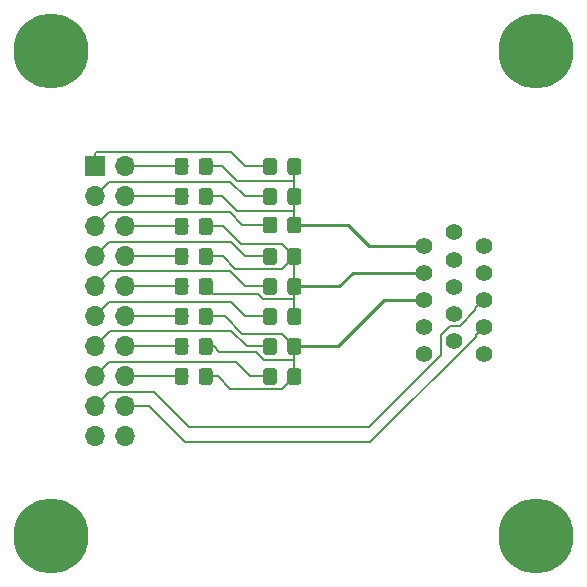
<source format=gtl>
G04 #@! TF.GenerationSoftware,KiCad,Pcbnew,(5.0.2)-1*
G04 #@! TF.CreationDate,2019-11-20T06:23:08-05:00*
G04 #@! TF.ProjectId,VGAX49,56474158-3439-42e6-9b69-6361645f7063,X1*
G04 #@! TF.SameCoordinates,Original*
G04 #@! TF.FileFunction,Copper,L1,Top*
G04 #@! TF.FilePolarity,Positive*
%FSLAX46Y46*%
G04 Gerber Fmt 4.6, Leading zero omitted, Abs format (unit mm)*
G04 Created by KiCad (PCBNEW (5.0.2)-1) date 11/20/2019 6:23:08 AM*
%MOMM*%
%LPD*%
G01*
G04 APERTURE LIST*
G04 #@! TA.AperFunction,ComponentPad*
%ADD10C,6.350000*%
G04 #@! TD*
G04 #@! TA.AperFunction,ComponentPad*
%ADD11R,1.700000X1.700000*%
G04 #@! TD*
G04 #@! TA.AperFunction,ComponentPad*
%ADD12O,1.700000X1.700000*%
G04 #@! TD*
G04 #@! TA.AperFunction,ComponentPad*
%ADD13C,1.397000*%
G04 #@! TD*
G04 #@! TA.AperFunction,Conductor*
%ADD14C,0.150000*%
G04 #@! TD*
G04 #@! TA.AperFunction,SMDPad,CuDef*
%ADD15C,1.150000*%
G04 #@! TD*
G04 #@! TA.AperFunction,Conductor*
%ADD16C,0.203200*%
G04 #@! TD*
G04 #@! TA.AperFunction,Conductor*
%ADD17C,0.254000*%
G04 #@! TD*
G04 APERTURE END LIST*
D10*
G04 #@! TO.P,MTG3,1*
G04 #@! TO.N,N/C*
X14000000Y-55000000D03*
G04 #@! TD*
G04 #@! TO.P,MTG4,1*
G04 #@! TO.N,N/C*
X55000000Y-55000000D03*
G04 #@! TD*
G04 #@! TO.P,MTG2,1*
G04 #@! TO.N,N/C*
X55000000Y-14000000D03*
G04 #@! TD*
G04 #@! TO.P,MTG1,1*
G04 #@! TO.N,N/C*
X14000000Y-14000000D03*
G04 #@! TD*
D11*
G04 #@! TO.P,J1,1*
G04 #@! TO.N,/R4*
X17653000Y-23749000D03*
D12*
G04 #@! TO.P,J1,2*
G04 #@! TO.N,/R3*
X20193000Y-23749000D03*
G04 #@! TO.P,J1,3*
G04 #@! TO.N,/R2*
X17653000Y-26289000D03*
G04 #@! TO.P,J1,4*
G04 #@! TO.N,/R1*
X20193000Y-26289000D03*
G04 #@! TO.P,J1,5*
G04 #@! TO.N,/R0*
X17653000Y-28829000D03*
G04 #@! TO.P,J1,6*
G04 #@! TO.N,/G5*
X20193000Y-28829000D03*
G04 #@! TO.P,J1,7*
G04 #@! TO.N,/G4*
X17653000Y-31369000D03*
G04 #@! TO.P,J1,8*
G04 #@! TO.N,/G3*
X20193000Y-31369000D03*
G04 #@! TO.P,J1,9*
G04 #@! TO.N,/G2*
X17653000Y-33909000D03*
G04 #@! TO.P,J1,10*
G04 #@! TO.N,/G1*
X20193000Y-33909000D03*
G04 #@! TO.P,J1,11*
G04 #@! TO.N,/G0*
X17653000Y-36449000D03*
G04 #@! TO.P,J1,12*
G04 #@! TO.N,/B4*
X20193000Y-36449000D03*
G04 #@! TO.P,J1,13*
G04 #@! TO.N,/B3*
X17653000Y-38989000D03*
G04 #@! TO.P,J1,14*
G04 #@! TO.N,/B2*
X20193000Y-38989000D03*
G04 #@! TO.P,J1,15*
G04 #@! TO.N,/B1*
X17653000Y-41529000D03*
G04 #@! TO.P,J1,16*
G04 #@! TO.N,/B0*
X20193000Y-41529000D03*
G04 #@! TO.P,J1,17*
G04 #@! TO.N,/HS*
X17653000Y-44069000D03*
G04 #@! TO.P,J1,18*
G04 #@! TO.N,/VS*
X20193000Y-44069000D03*
G04 #@! TO.P,J1,19*
G04 #@! TO.N,GND*
X17653000Y-46609000D03*
G04 #@! TO.P,J1,20*
X20193000Y-46609000D03*
G04 #@! TD*
D13*
G04 #@! TO.P,P1,3*
G04 #@! TO.N,Net-(P1-Pad3)*
X45519340Y-35064700D03*
G04 #@! TO.P,P1,2*
G04 #@! TO.N,Net-(P1-Pad2)*
X45519340Y-32778700D03*
G04 #@! TO.P,P1,1*
G04 #@! TO.N,Net-(P1-Pad1)*
X45519340Y-30487620D03*
G04 #@! TO.P,P1,4*
G04 #@! TO.N,N/C*
X45519340Y-37358320D03*
G04 #@! TO.P,P1,5*
G04 #@! TO.N,GND*
X45519340Y-39646860D03*
G04 #@! TO.P,P1,9*
G04 #@! TO.N,N/C*
X48059340Y-36212780D03*
G04 #@! TO.P,P1,8*
G04 #@! TO.N,GND*
X48059340Y-33924240D03*
G04 #@! TO.P,P1,7*
X48059340Y-31633160D03*
G04 #@! TO.P,P1,6*
X48059340Y-29342080D03*
G04 #@! TO.P,P1,10*
G04 #@! TO.N,N/C*
X48059340Y-38503860D03*
G04 #@! TO.P,P1,11*
X50599340Y-30487620D03*
G04 #@! TO.P,P1,12*
X50599340Y-32778700D03*
G04 #@! TO.P,P1,13*
G04 #@! TO.N,/HS*
X50596800Y-35067240D03*
G04 #@! TO.P,P1,14*
G04 #@! TO.N,/VS*
X50599340Y-37358320D03*
G04 #@! TO.P,P1,15*
G04 #@! TO.N,N/C*
X50599340Y-39646860D03*
G04 #@! TD*
D14*
G04 #@! TO.N,Net-(P1-Pad1)*
G04 #@! TO.C,R1*
G36*
X34902505Y-23050204D02*
X34926773Y-23053804D01*
X34950572Y-23059765D01*
X34973671Y-23068030D01*
X34995850Y-23078520D01*
X35016893Y-23091132D01*
X35036599Y-23105747D01*
X35054777Y-23122223D01*
X35071253Y-23140401D01*
X35085868Y-23160107D01*
X35098480Y-23181150D01*
X35108970Y-23203329D01*
X35117235Y-23226428D01*
X35123196Y-23250227D01*
X35126796Y-23274495D01*
X35128000Y-23298999D01*
X35128000Y-24199001D01*
X35126796Y-24223505D01*
X35123196Y-24247773D01*
X35117235Y-24271572D01*
X35108970Y-24294671D01*
X35098480Y-24316850D01*
X35085868Y-24337893D01*
X35071253Y-24357599D01*
X35054777Y-24375777D01*
X35036599Y-24392253D01*
X35016893Y-24406868D01*
X34995850Y-24419480D01*
X34973671Y-24429970D01*
X34950572Y-24438235D01*
X34926773Y-24444196D01*
X34902505Y-24447796D01*
X34878001Y-24449000D01*
X34227999Y-24449000D01*
X34203495Y-24447796D01*
X34179227Y-24444196D01*
X34155428Y-24438235D01*
X34132329Y-24429970D01*
X34110150Y-24419480D01*
X34089107Y-24406868D01*
X34069401Y-24392253D01*
X34051223Y-24375777D01*
X34034747Y-24357599D01*
X34020132Y-24337893D01*
X34007520Y-24316850D01*
X33997030Y-24294671D01*
X33988765Y-24271572D01*
X33982804Y-24247773D01*
X33979204Y-24223505D01*
X33978000Y-24199001D01*
X33978000Y-23298999D01*
X33979204Y-23274495D01*
X33982804Y-23250227D01*
X33988765Y-23226428D01*
X33997030Y-23203329D01*
X34007520Y-23181150D01*
X34020132Y-23160107D01*
X34034747Y-23140401D01*
X34051223Y-23122223D01*
X34069401Y-23105747D01*
X34089107Y-23091132D01*
X34110150Y-23078520D01*
X34132329Y-23068030D01*
X34155428Y-23059765D01*
X34179227Y-23053804D01*
X34203495Y-23050204D01*
X34227999Y-23049000D01*
X34878001Y-23049000D01*
X34902505Y-23050204D01*
X34902505Y-23050204D01*
G37*
D15*
G04 #@! TD*
G04 #@! TO.P,R1,1*
G04 #@! TO.N,Net-(P1-Pad1)*
X34553000Y-23749000D03*
D14*
G04 #@! TO.N,/R4*
G04 #@! TO.C,R1*
G36*
X32852505Y-23050204D02*
X32876773Y-23053804D01*
X32900572Y-23059765D01*
X32923671Y-23068030D01*
X32945850Y-23078520D01*
X32966893Y-23091132D01*
X32986599Y-23105747D01*
X33004777Y-23122223D01*
X33021253Y-23140401D01*
X33035868Y-23160107D01*
X33048480Y-23181150D01*
X33058970Y-23203329D01*
X33067235Y-23226428D01*
X33073196Y-23250227D01*
X33076796Y-23274495D01*
X33078000Y-23298999D01*
X33078000Y-24199001D01*
X33076796Y-24223505D01*
X33073196Y-24247773D01*
X33067235Y-24271572D01*
X33058970Y-24294671D01*
X33048480Y-24316850D01*
X33035868Y-24337893D01*
X33021253Y-24357599D01*
X33004777Y-24375777D01*
X32986599Y-24392253D01*
X32966893Y-24406868D01*
X32945850Y-24419480D01*
X32923671Y-24429970D01*
X32900572Y-24438235D01*
X32876773Y-24444196D01*
X32852505Y-24447796D01*
X32828001Y-24449000D01*
X32177999Y-24449000D01*
X32153495Y-24447796D01*
X32129227Y-24444196D01*
X32105428Y-24438235D01*
X32082329Y-24429970D01*
X32060150Y-24419480D01*
X32039107Y-24406868D01*
X32019401Y-24392253D01*
X32001223Y-24375777D01*
X31984747Y-24357599D01*
X31970132Y-24337893D01*
X31957520Y-24316850D01*
X31947030Y-24294671D01*
X31938765Y-24271572D01*
X31932804Y-24247773D01*
X31929204Y-24223505D01*
X31928000Y-24199001D01*
X31928000Y-23298999D01*
X31929204Y-23274495D01*
X31932804Y-23250227D01*
X31938765Y-23226428D01*
X31947030Y-23203329D01*
X31957520Y-23181150D01*
X31970132Y-23160107D01*
X31984747Y-23140401D01*
X32001223Y-23122223D01*
X32019401Y-23105747D01*
X32039107Y-23091132D01*
X32060150Y-23078520D01*
X32082329Y-23068030D01*
X32105428Y-23059765D01*
X32129227Y-23053804D01*
X32153495Y-23050204D01*
X32177999Y-23049000D01*
X32828001Y-23049000D01*
X32852505Y-23050204D01*
X32852505Y-23050204D01*
G37*
D15*
G04 #@! TD*
G04 #@! TO.P,R1,2*
G04 #@! TO.N,/R4*
X32503000Y-23749000D03*
D14*
G04 #@! TO.N,/R3*
G04 #@! TO.C,R2*
G36*
X25359505Y-23050204D02*
X25383773Y-23053804D01*
X25407572Y-23059765D01*
X25430671Y-23068030D01*
X25452850Y-23078520D01*
X25473893Y-23091132D01*
X25493599Y-23105747D01*
X25511777Y-23122223D01*
X25528253Y-23140401D01*
X25542868Y-23160107D01*
X25555480Y-23181150D01*
X25565970Y-23203329D01*
X25574235Y-23226428D01*
X25580196Y-23250227D01*
X25583796Y-23274495D01*
X25585000Y-23298999D01*
X25585000Y-24199001D01*
X25583796Y-24223505D01*
X25580196Y-24247773D01*
X25574235Y-24271572D01*
X25565970Y-24294671D01*
X25555480Y-24316850D01*
X25542868Y-24337893D01*
X25528253Y-24357599D01*
X25511777Y-24375777D01*
X25493599Y-24392253D01*
X25473893Y-24406868D01*
X25452850Y-24419480D01*
X25430671Y-24429970D01*
X25407572Y-24438235D01*
X25383773Y-24444196D01*
X25359505Y-24447796D01*
X25335001Y-24449000D01*
X24684999Y-24449000D01*
X24660495Y-24447796D01*
X24636227Y-24444196D01*
X24612428Y-24438235D01*
X24589329Y-24429970D01*
X24567150Y-24419480D01*
X24546107Y-24406868D01*
X24526401Y-24392253D01*
X24508223Y-24375777D01*
X24491747Y-24357599D01*
X24477132Y-24337893D01*
X24464520Y-24316850D01*
X24454030Y-24294671D01*
X24445765Y-24271572D01*
X24439804Y-24247773D01*
X24436204Y-24223505D01*
X24435000Y-24199001D01*
X24435000Y-23298999D01*
X24436204Y-23274495D01*
X24439804Y-23250227D01*
X24445765Y-23226428D01*
X24454030Y-23203329D01*
X24464520Y-23181150D01*
X24477132Y-23160107D01*
X24491747Y-23140401D01*
X24508223Y-23122223D01*
X24526401Y-23105747D01*
X24546107Y-23091132D01*
X24567150Y-23078520D01*
X24589329Y-23068030D01*
X24612428Y-23059765D01*
X24636227Y-23053804D01*
X24660495Y-23050204D01*
X24684999Y-23049000D01*
X25335001Y-23049000D01*
X25359505Y-23050204D01*
X25359505Y-23050204D01*
G37*
D15*
G04 #@! TD*
G04 #@! TO.P,R2,2*
G04 #@! TO.N,/R3*
X25010000Y-23749000D03*
D14*
G04 #@! TO.N,Net-(P1-Pad1)*
G04 #@! TO.C,R2*
G36*
X27409505Y-23050204D02*
X27433773Y-23053804D01*
X27457572Y-23059765D01*
X27480671Y-23068030D01*
X27502850Y-23078520D01*
X27523893Y-23091132D01*
X27543599Y-23105747D01*
X27561777Y-23122223D01*
X27578253Y-23140401D01*
X27592868Y-23160107D01*
X27605480Y-23181150D01*
X27615970Y-23203329D01*
X27624235Y-23226428D01*
X27630196Y-23250227D01*
X27633796Y-23274495D01*
X27635000Y-23298999D01*
X27635000Y-24199001D01*
X27633796Y-24223505D01*
X27630196Y-24247773D01*
X27624235Y-24271572D01*
X27615970Y-24294671D01*
X27605480Y-24316850D01*
X27592868Y-24337893D01*
X27578253Y-24357599D01*
X27561777Y-24375777D01*
X27543599Y-24392253D01*
X27523893Y-24406868D01*
X27502850Y-24419480D01*
X27480671Y-24429970D01*
X27457572Y-24438235D01*
X27433773Y-24444196D01*
X27409505Y-24447796D01*
X27385001Y-24449000D01*
X26734999Y-24449000D01*
X26710495Y-24447796D01*
X26686227Y-24444196D01*
X26662428Y-24438235D01*
X26639329Y-24429970D01*
X26617150Y-24419480D01*
X26596107Y-24406868D01*
X26576401Y-24392253D01*
X26558223Y-24375777D01*
X26541747Y-24357599D01*
X26527132Y-24337893D01*
X26514520Y-24316850D01*
X26504030Y-24294671D01*
X26495765Y-24271572D01*
X26489804Y-24247773D01*
X26486204Y-24223505D01*
X26485000Y-24199001D01*
X26485000Y-23298999D01*
X26486204Y-23274495D01*
X26489804Y-23250227D01*
X26495765Y-23226428D01*
X26504030Y-23203329D01*
X26514520Y-23181150D01*
X26527132Y-23160107D01*
X26541747Y-23140401D01*
X26558223Y-23122223D01*
X26576401Y-23105747D01*
X26596107Y-23091132D01*
X26617150Y-23078520D01*
X26639329Y-23068030D01*
X26662428Y-23059765D01*
X26686227Y-23053804D01*
X26710495Y-23050204D01*
X26734999Y-23049000D01*
X27385001Y-23049000D01*
X27409505Y-23050204D01*
X27409505Y-23050204D01*
G37*
D15*
G04 #@! TD*
G04 #@! TO.P,R2,1*
G04 #@! TO.N,Net-(P1-Pad1)*
X27060000Y-23749000D03*
D14*
G04 #@! TO.N,Net-(P1-Pad1)*
G04 #@! TO.C,R3*
G36*
X34902505Y-25590204D02*
X34926773Y-25593804D01*
X34950572Y-25599765D01*
X34973671Y-25608030D01*
X34995850Y-25618520D01*
X35016893Y-25631132D01*
X35036599Y-25645747D01*
X35054777Y-25662223D01*
X35071253Y-25680401D01*
X35085868Y-25700107D01*
X35098480Y-25721150D01*
X35108970Y-25743329D01*
X35117235Y-25766428D01*
X35123196Y-25790227D01*
X35126796Y-25814495D01*
X35128000Y-25838999D01*
X35128000Y-26739001D01*
X35126796Y-26763505D01*
X35123196Y-26787773D01*
X35117235Y-26811572D01*
X35108970Y-26834671D01*
X35098480Y-26856850D01*
X35085868Y-26877893D01*
X35071253Y-26897599D01*
X35054777Y-26915777D01*
X35036599Y-26932253D01*
X35016893Y-26946868D01*
X34995850Y-26959480D01*
X34973671Y-26969970D01*
X34950572Y-26978235D01*
X34926773Y-26984196D01*
X34902505Y-26987796D01*
X34878001Y-26989000D01*
X34227999Y-26989000D01*
X34203495Y-26987796D01*
X34179227Y-26984196D01*
X34155428Y-26978235D01*
X34132329Y-26969970D01*
X34110150Y-26959480D01*
X34089107Y-26946868D01*
X34069401Y-26932253D01*
X34051223Y-26915777D01*
X34034747Y-26897599D01*
X34020132Y-26877893D01*
X34007520Y-26856850D01*
X33997030Y-26834671D01*
X33988765Y-26811572D01*
X33982804Y-26787773D01*
X33979204Y-26763505D01*
X33978000Y-26739001D01*
X33978000Y-25838999D01*
X33979204Y-25814495D01*
X33982804Y-25790227D01*
X33988765Y-25766428D01*
X33997030Y-25743329D01*
X34007520Y-25721150D01*
X34020132Y-25700107D01*
X34034747Y-25680401D01*
X34051223Y-25662223D01*
X34069401Y-25645747D01*
X34089107Y-25631132D01*
X34110150Y-25618520D01*
X34132329Y-25608030D01*
X34155428Y-25599765D01*
X34179227Y-25593804D01*
X34203495Y-25590204D01*
X34227999Y-25589000D01*
X34878001Y-25589000D01*
X34902505Y-25590204D01*
X34902505Y-25590204D01*
G37*
D15*
G04 #@! TD*
G04 #@! TO.P,R3,1*
G04 #@! TO.N,Net-(P1-Pad1)*
X34553000Y-26289000D03*
D14*
G04 #@! TO.N,/R2*
G04 #@! TO.C,R3*
G36*
X32852505Y-25590204D02*
X32876773Y-25593804D01*
X32900572Y-25599765D01*
X32923671Y-25608030D01*
X32945850Y-25618520D01*
X32966893Y-25631132D01*
X32986599Y-25645747D01*
X33004777Y-25662223D01*
X33021253Y-25680401D01*
X33035868Y-25700107D01*
X33048480Y-25721150D01*
X33058970Y-25743329D01*
X33067235Y-25766428D01*
X33073196Y-25790227D01*
X33076796Y-25814495D01*
X33078000Y-25838999D01*
X33078000Y-26739001D01*
X33076796Y-26763505D01*
X33073196Y-26787773D01*
X33067235Y-26811572D01*
X33058970Y-26834671D01*
X33048480Y-26856850D01*
X33035868Y-26877893D01*
X33021253Y-26897599D01*
X33004777Y-26915777D01*
X32986599Y-26932253D01*
X32966893Y-26946868D01*
X32945850Y-26959480D01*
X32923671Y-26969970D01*
X32900572Y-26978235D01*
X32876773Y-26984196D01*
X32852505Y-26987796D01*
X32828001Y-26989000D01*
X32177999Y-26989000D01*
X32153495Y-26987796D01*
X32129227Y-26984196D01*
X32105428Y-26978235D01*
X32082329Y-26969970D01*
X32060150Y-26959480D01*
X32039107Y-26946868D01*
X32019401Y-26932253D01*
X32001223Y-26915777D01*
X31984747Y-26897599D01*
X31970132Y-26877893D01*
X31957520Y-26856850D01*
X31947030Y-26834671D01*
X31938765Y-26811572D01*
X31932804Y-26787773D01*
X31929204Y-26763505D01*
X31928000Y-26739001D01*
X31928000Y-25838999D01*
X31929204Y-25814495D01*
X31932804Y-25790227D01*
X31938765Y-25766428D01*
X31947030Y-25743329D01*
X31957520Y-25721150D01*
X31970132Y-25700107D01*
X31984747Y-25680401D01*
X32001223Y-25662223D01*
X32019401Y-25645747D01*
X32039107Y-25631132D01*
X32060150Y-25618520D01*
X32082329Y-25608030D01*
X32105428Y-25599765D01*
X32129227Y-25593804D01*
X32153495Y-25590204D01*
X32177999Y-25589000D01*
X32828001Y-25589000D01*
X32852505Y-25590204D01*
X32852505Y-25590204D01*
G37*
D15*
G04 #@! TD*
G04 #@! TO.P,R3,2*
G04 #@! TO.N,/R2*
X32503000Y-26289000D03*
D14*
G04 #@! TO.N,/R1*
G04 #@! TO.C,R4*
G36*
X25359505Y-25590204D02*
X25383773Y-25593804D01*
X25407572Y-25599765D01*
X25430671Y-25608030D01*
X25452850Y-25618520D01*
X25473893Y-25631132D01*
X25493599Y-25645747D01*
X25511777Y-25662223D01*
X25528253Y-25680401D01*
X25542868Y-25700107D01*
X25555480Y-25721150D01*
X25565970Y-25743329D01*
X25574235Y-25766428D01*
X25580196Y-25790227D01*
X25583796Y-25814495D01*
X25585000Y-25838999D01*
X25585000Y-26739001D01*
X25583796Y-26763505D01*
X25580196Y-26787773D01*
X25574235Y-26811572D01*
X25565970Y-26834671D01*
X25555480Y-26856850D01*
X25542868Y-26877893D01*
X25528253Y-26897599D01*
X25511777Y-26915777D01*
X25493599Y-26932253D01*
X25473893Y-26946868D01*
X25452850Y-26959480D01*
X25430671Y-26969970D01*
X25407572Y-26978235D01*
X25383773Y-26984196D01*
X25359505Y-26987796D01*
X25335001Y-26989000D01*
X24684999Y-26989000D01*
X24660495Y-26987796D01*
X24636227Y-26984196D01*
X24612428Y-26978235D01*
X24589329Y-26969970D01*
X24567150Y-26959480D01*
X24546107Y-26946868D01*
X24526401Y-26932253D01*
X24508223Y-26915777D01*
X24491747Y-26897599D01*
X24477132Y-26877893D01*
X24464520Y-26856850D01*
X24454030Y-26834671D01*
X24445765Y-26811572D01*
X24439804Y-26787773D01*
X24436204Y-26763505D01*
X24435000Y-26739001D01*
X24435000Y-25838999D01*
X24436204Y-25814495D01*
X24439804Y-25790227D01*
X24445765Y-25766428D01*
X24454030Y-25743329D01*
X24464520Y-25721150D01*
X24477132Y-25700107D01*
X24491747Y-25680401D01*
X24508223Y-25662223D01*
X24526401Y-25645747D01*
X24546107Y-25631132D01*
X24567150Y-25618520D01*
X24589329Y-25608030D01*
X24612428Y-25599765D01*
X24636227Y-25593804D01*
X24660495Y-25590204D01*
X24684999Y-25589000D01*
X25335001Y-25589000D01*
X25359505Y-25590204D01*
X25359505Y-25590204D01*
G37*
D15*
G04 #@! TD*
G04 #@! TO.P,R4,2*
G04 #@! TO.N,/R1*
X25010000Y-26289000D03*
D14*
G04 #@! TO.N,Net-(P1-Pad1)*
G04 #@! TO.C,R4*
G36*
X27409505Y-25590204D02*
X27433773Y-25593804D01*
X27457572Y-25599765D01*
X27480671Y-25608030D01*
X27502850Y-25618520D01*
X27523893Y-25631132D01*
X27543599Y-25645747D01*
X27561777Y-25662223D01*
X27578253Y-25680401D01*
X27592868Y-25700107D01*
X27605480Y-25721150D01*
X27615970Y-25743329D01*
X27624235Y-25766428D01*
X27630196Y-25790227D01*
X27633796Y-25814495D01*
X27635000Y-25838999D01*
X27635000Y-26739001D01*
X27633796Y-26763505D01*
X27630196Y-26787773D01*
X27624235Y-26811572D01*
X27615970Y-26834671D01*
X27605480Y-26856850D01*
X27592868Y-26877893D01*
X27578253Y-26897599D01*
X27561777Y-26915777D01*
X27543599Y-26932253D01*
X27523893Y-26946868D01*
X27502850Y-26959480D01*
X27480671Y-26969970D01*
X27457572Y-26978235D01*
X27433773Y-26984196D01*
X27409505Y-26987796D01*
X27385001Y-26989000D01*
X26734999Y-26989000D01*
X26710495Y-26987796D01*
X26686227Y-26984196D01*
X26662428Y-26978235D01*
X26639329Y-26969970D01*
X26617150Y-26959480D01*
X26596107Y-26946868D01*
X26576401Y-26932253D01*
X26558223Y-26915777D01*
X26541747Y-26897599D01*
X26527132Y-26877893D01*
X26514520Y-26856850D01*
X26504030Y-26834671D01*
X26495765Y-26811572D01*
X26489804Y-26787773D01*
X26486204Y-26763505D01*
X26485000Y-26739001D01*
X26485000Y-25838999D01*
X26486204Y-25814495D01*
X26489804Y-25790227D01*
X26495765Y-25766428D01*
X26504030Y-25743329D01*
X26514520Y-25721150D01*
X26527132Y-25700107D01*
X26541747Y-25680401D01*
X26558223Y-25662223D01*
X26576401Y-25645747D01*
X26596107Y-25631132D01*
X26617150Y-25618520D01*
X26639329Y-25608030D01*
X26662428Y-25599765D01*
X26686227Y-25593804D01*
X26710495Y-25590204D01*
X26734999Y-25589000D01*
X27385001Y-25589000D01*
X27409505Y-25590204D01*
X27409505Y-25590204D01*
G37*
D15*
G04 #@! TD*
G04 #@! TO.P,R4,1*
G04 #@! TO.N,Net-(P1-Pad1)*
X27060000Y-26289000D03*
D14*
G04 #@! TO.N,Net-(P1-Pad1)*
G04 #@! TO.C,R5*
G36*
X34902505Y-28003204D02*
X34926773Y-28006804D01*
X34950572Y-28012765D01*
X34973671Y-28021030D01*
X34995850Y-28031520D01*
X35016893Y-28044132D01*
X35036599Y-28058747D01*
X35054777Y-28075223D01*
X35071253Y-28093401D01*
X35085868Y-28113107D01*
X35098480Y-28134150D01*
X35108970Y-28156329D01*
X35117235Y-28179428D01*
X35123196Y-28203227D01*
X35126796Y-28227495D01*
X35128000Y-28251999D01*
X35128000Y-29152001D01*
X35126796Y-29176505D01*
X35123196Y-29200773D01*
X35117235Y-29224572D01*
X35108970Y-29247671D01*
X35098480Y-29269850D01*
X35085868Y-29290893D01*
X35071253Y-29310599D01*
X35054777Y-29328777D01*
X35036599Y-29345253D01*
X35016893Y-29359868D01*
X34995850Y-29372480D01*
X34973671Y-29382970D01*
X34950572Y-29391235D01*
X34926773Y-29397196D01*
X34902505Y-29400796D01*
X34878001Y-29402000D01*
X34227999Y-29402000D01*
X34203495Y-29400796D01*
X34179227Y-29397196D01*
X34155428Y-29391235D01*
X34132329Y-29382970D01*
X34110150Y-29372480D01*
X34089107Y-29359868D01*
X34069401Y-29345253D01*
X34051223Y-29328777D01*
X34034747Y-29310599D01*
X34020132Y-29290893D01*
X34007520Y-29269850D01*
X33997030Y-29247671D01*
X33988765Y-29224572D01*
X33982804Y-29200773D01*
X33979204Y-29176505D01*
X33978000Y-29152001D01*
X33978000Y-28251999D01*
X33979204Y-28227495D01*
X33982804Y-28203227D01*
X33988765Y-28179428D01*
X33997030Y-28156329D01*
X34007520Y-28134150D01*
X34020132Y-28113107D01*
X34034747Y-28093401D01*
X34051223Y-28075223D01*
X34069401Y-28058747D01*
X34089107Y-28044132D01*
X34110150Y-28031520D01*
X34132329Y-28021030D01*
X34155428Y-28012765D01*
X34179227Y-28006804D01*
X34203495Y-28003204D01*
X34227999Y-28002000D01*
X34878001Y-28002000D01*
X34902505Y-28003204D01*
X34902505Y-28003204D01*
G37*
D15*
G04 #@! TD*
G04 #@! TO.P,R5,1*
G04 #@! TO.N,Net-(P1-Pad1)*
X34553000Y-28702000D03*
D14*
G04 #@! TO.N,/R0*
G04 #@! TO.C,R5*
G36*
X32852505Y-28003204D02*
X32876773Y-28006804D01*
X32900572Y-28012765D01*
X32923671Y-28021030D01*
X32945850Y-28031520D01*
X32966893Y-28044132D01*
X32986599Y-28058747D01*
X33004777Y-28075223D01*
X33021253Y-28093401D01*
X33035868Y-28113107D01*
X33048480Y-28134150D01*
X33058970Y-28156329D01*
X33067235Y-28179428D01*
X33073196Y-28203227D01*
X33076796Y-28227495D01*
X33078000Y-28251999D01*
X33078000Y-29152001D01*
X33076796Y-29176505D01*
X33073196Y-29200773D01*
X33067235Y-29224572D01*
X33058970Y-29247671D01*
X33048480Y-29269850D01*
X33035868Y-29290893D01*
X33021253Y-29310599D01*
X33004777Y-29328777D01*
X32986599Y-29345253D01*
X32966893Y-29359868D01*
X32945850Y-29372480D01*
X32923671Y-29382970D01*
X32900572Y-29391235D01*
X32876773Y-29397196D01*
X32852505Y-29400796D01*
X32828001Y-29402000D01*
X32177999Y-29402000D01*
X32153495Y-29400796D01*
X32129227Y-29397196D01*
X32105428Y-29391235D01*
X32082329Y-29382970D01*
X32060150Y-29372480D01*
X32039107Y-29359868D01*
X32019401Y-29345253D01*
X32001223Y-29328777D01*
X31984747Y-29310599D01*
X31970132Y-29290893D01*
X31957520Y-29269850D01*
X31947030Y-29247671D01*
X31938765Y-29224572D01*
X31932804Y-29200773D01*
X31929204Y-29176505D01*
X31928000Y-29152001D01*
X31928000Y-28251999D01*
X31929204Y-28227495D01*
X31932804Y-28203227D01*
X31938765Y-28179428D01*
X31947030Y-28156329D01*
X31957520Y-28134150D01*
X31970132Y-28113107D01*
X31984747Y-28093401D01*
X32001223Y-28075223D01*
X32019401Y-28058747D01*
X32039107Y-28044132D01*
X32060150Y-28031520D01*
X32082329Y-28021030D01*
X32105428Y-28012765D01*
X32129227Y-28006804D01*
X32153495Y-28003204D01*
X32177999Y-28002000D01*
X32828001Y-28002000D01*
X32852505Y-28003204D01*
X32852505Y-28003204D01*
G37*
D15*
G04 #@! TD*
G04 #@! TO.P,R5,2*
G04 #@! TO.N,/R0*
X32503000Y-28702000D03*
D14*
G04 #@! TO.N,Net-(P1-Pad2)*
G04 #@! TO.C,R6*
G36*
X27409505Y-28130204D02*
X27433773Y-28133804D01*
X27457572Y-28139765D01*
X27480671Y-28148030D01*
X27502850Y-28158520D01*
X27523893Y-28171132D01*
X27543599Y-28185747D01*
X27561777Y-28202223D01*
X27578253Y-28220401D01*
X27592868Y-28240107D01*
X27605480Y-28261150D01*
X27615970Y-28283329D01*
X27624235Y-28306428D01*
X27630196Y-28330227D01*
X27633796Y-28354495D01*
X27635000Y-28378999D01*
X27635000Y-29279001D01*
X27633796Y-29303505D01*
X27630196Y-29327773D01*
X27624235Y-29351572D01*
X27615970Y-29374671D01*
X27605480Y-29396850D01*
X27592868Y-29417893D01*
X27578253Y-29437599D01*
X27561777Y-29455777D01*
X27543599Y-29472253D01*
X27523893Y-29486868D01*
X27502850Y-29499480D01*
X27480671Y-29509970D01*
X27457572Y-29518235D01*
X27433773Y-29524196D01*
X27409505Y-29527796D01*
X27385001Y-29529000D01*
X26734999Y-29529000D01*
X26710495Y-29527796D01*
X26686227Y-29524196D01*
X26662428Y-29518235D01*
X26639329Y-29509970D01*
X26617150Y-29499480D01*
X26596107Y-29486868D01*
X26576401Y-29472253D01*
X26558223Y-29455777D01*
X26541747Y-29437599D01*
X26527132Y-29417893D01*
X26514520Y-29396850D01*
X26504030Y-29374671D01*
X26495765Y-29351572D01*
X26489804Y-29327773D01*
X26486204Y-29303505D01*
X26485000Y-29279001D01*
X26485000Y-28378999D01*
X26486204Y-28354495D01*
X26489804Y-28330227D01*
X26495765Y-28306428D01*
X26504030Y-28283329D01*
X26514520Y-28261150D01*
X26527132Y-28240107D01*
X26541747Y-28220401D01*
X26558223Y-28202223D01*
X26576401Y-28185747D01*
X26596107Y-28171132D01*
X26617150Y-28158520D01*
X26639329Y-28148030D01*
X26662428Y-28139765D01*
X26686227Y-28133804D01*
X26710495Y-28130204D01*
X26734999Y-28129000D01*
X27385001Y-28129000D01*
X27409505Y-28130204D01*
X27409505Y-28130204D01*
G37*
D15*
G04 #@! TD*
G04 #@! TO.P,R6,1*
G04 #@! TO.N,Net-(P1-Pad2)*
X27060000Y-28829000D03*
D14*
G04 #@! TO.N,/G5*
G04 #@! TO.C,R6*
G36*
X25359505Y-28130204D02*
X25383773Y-28133804D01*
X25407572Y-28139765D01*
X25430671Y-28148030D01*
X25452850Y-28158520D01*
X25473893Y-28171132D01*
X25493599Y-28185747D01*
X25511777Y-28202223D01*
X25528253Y-28220401D01*
X25542868Y-28240107D01*
X25555480Y-28261150D01*
X25565970Y-28283329D01*
X25574235Y-28306428D01*
X25580196Y-28330227D01*
X25583796Y-28354495D01*
X25585000Y-28378999D01*
X25585000Y-29279001D01*
X25583796Y-29303505D01*
X25580196Y-29327773D01*
X25574235Y-29351572D01*
X25565970Y-29374671D01*
X25555480Y-29396850D01*
X25542868Y-29417893D01*
X25528253Y-29437599D01*
X25511777Y-29455777D01*
X25493599Y-29472253D01*
X25473893Y-29486868D01*
X25452850Y-29499480D01*
X25430671Y-29509970D01*
X25407572Y-29518235D01*
X25383773Y-29524196D01*
X25359505Y-29527796D01*
X25335001Y-29529000D01*
X24684999Y-29529000D01*
X24660495Y-29527796D01*
X24636227Y-29524196D01*
X24612428Y-29518235D01*
X24589329Y-29509970D01*
X24567150Y-29499480D01*
X24546107Y-29486868D01*
X24526401Y-29472253D01*
X24508223Y-29455777D01*
X24491747Y-29437599D01*
X24477132Y-29417893D01*
X24464520Y-29396850D01*
X24454030Y-29374671D01*
X24445765Y-29351572D01*
X24439804Y-29327773D01*
X24436204Y-29303505D01*
X24435000Y-29279001D01*
X24435000Y-28378999D01*
X24436204Y-28354495D01*
X24439804Y-28330227D01*
X24445765Y-28306428D01*
X24454030Y-28283329D01*
X24464520Y-28261150D01*
X24477132Y-28240107D01*
X24491747Y-28220401D01*
X24508223Y-28202223D01*
X24526401Y-28185747D01*
X24546107Y-28171132D01*
X24567150Y-28158520D01*
X24589329Y-28148030D01*
X24612428Y-28139765D01*
X24636227Y-28133804D01*
X24660495Y-28130204D01*
X24684999Y-28129000D01*
X25335001Y-28129000D01*
X25359505Y-28130204D01*
X25359505Y-28130204D01*
G37*
D15*
G04 #@! TD*
G04 #@! TO.P,R6,2*
G04 #@! TO.N,/G5*
X25010000Y-28829000D03*
D14*
G04 #@! TO.N,/G4*
G04 #@! TO.C,R7*
G36*
X32852505Y-30670204D02*
X32876773Y-30673804D01*
X32900572Y-30679765D01*
X32923671Y-30688030D01*
X32945850Y-30698520D01*
X32966893Y-30711132D01*
X32986599Y-30725747D01*
X33004777Y-30742223D01*
X33021253Y-30760401D01*
X33035868Y-30780107D01*
X33048480Y-30801150D01*
X33058970Y-30823329D01*
X33067235Y-30846428D01*
X33073196Y-30870227D01*
X33076796Y-30894495D01*
X33078000Y-30918999D01*
X33078000Y-31819001D01*
X33076796Y-31843505D01*
X33073196Y-31867773D01*
X33067235Y-31891572D01*
X33058970Y-31914671D01*
X33048480Y-31936850D01*
X33035868Y-31957893D01*
X33021253Y-31977599D01*
X33004777Y-31995777D01*
X32986599Y-32012253D01*
X32966893Y-32026868D01*
X32945850Y-32039480D01*
X32923671Y-32049970D01*
X32900572Y-32058235D01*
X32876773Y-32064196D01*
X32852505Y-32067796D01*
X32828001Y-32069000D01*
X32177999Y-32069000D01*
X32153495Y-32067796D01*
X32129227Y-32064196D01*
X32105428Y-32058235D01*
X32082329Y-32049970D01*
X32060150Y-32039480D01*
X32039107Y-32026868D01*
X32019401Y-32012253D01*
X32001223Y-31995777D01*
X31984747Y-31977599D01*
X31970132Y-31957893D01*
X31957520Y-31936850D01*
X31947030Y-31914671D01*
X31938765Y-31891572D01*
X31932804Y-31867773D01*
X31929204Y-31843505D01*
X31928000Y-31819001D01*
X31928000Y-30918999D01*
X31929204Y-30894495D01*
X31932804Y-30870227D01*
X31938765Y-30846428D01*
X31947030Y-30823329D01*
X31957520Y-30801150D01*
X31970132Y-30780107D01*
X31984747Y-30760401D01*
X32001223Y-30742223D01*
X32019401Y-30725747D01*
X32039107Y-30711132D01*
X32060150Y-30698520D01*
X32082329Y-30688030D01*
X32105428Y-30679765D01*
X32129227Y-30673804D01*
X32153495Y-30670204D01*
X32177999Y-30669000D01*
X32828001Y-30669000D01*
X32852505Y-30670204D01*
X32852505Y-30670204D01*
G37*
D15*
G04 #@! TD*
G04 #@! TO.P,R7,2*
G04 #@! TO.N,/G4*
X32503000Y-31369000D03*
D14*
G04 #@! TO.N,Net-(P1-Pad2)*
G04 #@! TO.C,R7*
G36*
X34902505Y-30670204D02*
X34926773Y-30673804D01*
X34950572Y-30679765D01*
X34973671Y-30688030D01*
X34995850Y-30698520D01*
X35016893Y-30711132D01*
X35036599Y-30725747D01*
X35054777Y-30742223D01*
X35071253Y-30760401D01*
X35085868Y-30780107D01*
X35098480Y-30801150D01*
X35108970Y-30823329D01*
X35117235Y-30846428D01*
X35123196Y-30870227D01*
X35126796Y-30894495D01*
X35128000Y-30918999D01*
X35128000Y-31819001D01*
X35126796Y-31843505D01*
X35123196Y-31867773D01*
X35117235Y-31891572D01*
X35108970Y-31914671D01*
X35098480Y-31936850D01*
X35085868Y-31957893D01*
X35071253Y-31977599D01*
X35054777Y-31995777D01*
X35036599Y-32012253D01*
X35016893Y-32026868D01*
X34995850Y-32039480D01*
X34973671Y-32049970D01*
X34950572Y-32058235D01*
X34926773Y-32064196D01*
X34902505Y-32067796D01*
X34878001Y-32069000D01*
X34227999Y-32069000D01*
X34203495Y-32067796D01*
X34179227Y-32064196D01*
X34155428Y-32058235D01*
X34132329Y-32049970D01*
X34110150Y-32039480D01*
X34089107Y-32026868D01*
X34069401Y-32012253D01*
X34051223Y-31995777D01*
X34034747Y-31977599D01*
X34020132Y-31957893D01*
X34007520Y-31936850D01*
X33997030Y-31914671D01*
X33988765Y-31891572D01*
X33982804Y-31867773D01*
X33979204Y-31843505D01*
X33978000Y-31819001D01*
X33978000Y-30918999D01*
X33979204Y-30894495D01*
X33982804Y-30870227D01*
X33988765Y-30846428D01*
X33997030Y-30823329D01*
X34007520Y-30801150D01*
X34020132Y-30780107D01*
X34034747Y-30760401D01*
X34051223Y-30742223D01*
X34069401Y-30725747D01*
X34089107Y-30711132D01*
X34110150Y-30698520D01*
X34132329Y-30688030D01*
X34155428Y-30679765D01*
X34179227Y-30673804D01*
X34203495Y-30670204D01*
X34227999Y-30669000D01*
X34878001Y-30669000D01*
X34902505Y-30670204D01*
X34902505Y-30670204D01*
G37*
D15*
G04 #@! TD*
G04 #@! TO.P,R7,1*
G04 #@! TO.N,Net-(P1-Pad2)*
X34553000Y-31369000D03*
D14*
G04 #@! TO.N,Net-(P1-Pad2)*
G04 #@! TO.C,R8*
G36*
X27409505Y-30670204D02*
X27433773Y-30673804D01*
X27457572Y-30679765D01*
X27480671Y-30688030D01*
X27502850Y-30698520D01*
X27523893Y-30711132D01*
X27543599Y-30725747D01*
X27561777Y-30742223D01*
X27578253Y-30760401D01*
X27592868Y-30780107D01*
X27605480Y-30801150D01*
X27615970Y-30823329D01*
X27624235Y-30846428D01*
X27630196Y-30870227D01*
X27633796Y-30894495D01*
X27635000Y-30918999D01*
X27635000Y-31819001D01*
X27633796Y-31843505D01*
X27630196Y-31867773D01*
X27624235Y-31891572D01*
X27615970Y-31914671D01*
X27605480Y-31936850D01*
X27592868Y-31957893D01*
X27578253Y-31977599D01*
X27561777Y-31995777D01*
X27543599Y-32012253D01*
X27523893Y-32026868D01*
X27502850Y-32039480D01*
X27480671Y-32049970D01*
X27457572Y-32058235D01*
X27433773Y-32064196D01*
X27409505Y-32067796D01*
X27385001Y-32069000D01*
X26734999Y-32069000D01*
X26710495Y-32067796D01*
X26686227Y-32064196D01*
X26662428Y-32058235D01*
X26639329Y-32049970D01*
X26617150Y-32039480D01*
X26596107Y-32026868D01*
X26576401Y-32012253D01*
X26558223Y-31995777D01*
X26541747Y-31977599D01*
X26527132Y-31957893D01*
X26514520Y-31936850D01*
X26504030Y-31914671D01*
X26495765Y-31891572D01*
X26489804Y-31867773D01*
X26486204Y-31843505D01*
X26485000Y-31819001D01*
X26485000Y-30918999D01*
X26486204Y-30894495D01*
X26489804Y-30870227D01*
X26495765Y-30846428D01*
X26504030Y-30823329D01*
X26514520Y-30801150D01*
X26527132Y-30780107D01*
X26541747Y-30760401D01*
X26558223Y-30742223D01*
X26576401Y-30725747D01*
X26596107Y-30711132D01*
X26617150Y-30698520D01*
X26639329Y-30688030D01*
X26662428Y-30679765D01*
X26686227Y-30673804D01*
X26710495Y-30670204D01*
X26734999Y-30669000D01*
X27385001Y-30669000D01*
X27409505Y-30670204D01*
X27409505Y-30670204D01*
G37*
D15*
G04 #@! TD*
G04 #@! TO.P,R8,1*
G04 #@! TO.N,Net-(P1-Pad2)*
X27060000Y-31369000D03*
D14*
G04 #@! TO.N,/G3*
G04 #@! TO.C,R8*
G36*
X25359505Y-30670204D02*
X25383773Y-30673804D01*
X25407572Y-30679765D01*
X25430671Y-30688030D01*
X25452850Y-30698520D01*
X25473893Y-30711132D01*
X25493599Y-30725747D01*
X25511777Y-30742223D01*
X25528253Y-30760401D01*
X25542868Y-30780107D01*
X25555480Y-30801150D01*
X25565970Y-30823329D01*
X25574235Y-30846428D01*
X25580196Y-30870227D01*
X25583796Y-30894495D01*
X25585000Y-30918999D01*
X25585000Y-31819001D01*
X25583796Y-31843505D01*
X25580196Y-31867773D01*
X25574235Y-31891572D01*
X25565970Y-31914671D01*
X25555480Y-31936850D01*
X25542868Y-31957893D01*
X25528253Y-31977599D01*
X25511777Y-31995777D01*
X25493599Y-32012253D01*
X25473893Y-32026868D01*
X25452850Y-32039480D01*
X25430671Y-32049970D01*
X25407572Y-32058235D01*
X25383773Y-32064196D01*
X25359505Y-32067796D01*
X25335001Y-32069000D01*
X24684999Y-32069000D01*
X24660495Y-32067796D01*
X24636227Y-32064196D01*
X24612428Y-32058235D01*
X24589329Y-32049970D01*
X24567150Y-32039480D01*
X24546107Y-32026868D01*
X24526401Y-32012253D01*
X24508223Y-31995777D01*
X24491747Y-31977599D01*
X24477132Y-31957893D01*
X24464520Y-31936850D01*
X24454030Y-31914671D01*
X24445765Y-31891572D01*
X24439804Y-31867773D01*
X24436204Y-31843505D01*
X24435000Y-31819001D01*
X24435000Y-30918999D01*
X24436204Y-30894495D01*
X24439804Y-30870227D01*
X24445765Y-30846428D01*
X24454030Y-30823329D01*
X24464520Y-30801150D01*
X24477132Y-30780107D01*
X24491747Y-30760401D01*
X24508223Y-30742223D01*
X24526401Y-30725747D01*
X24546107Y-30711132D01*
X24567150Y-30698520D01*
X24589329Y-30688030D01*
X24612428Y-30679765D01*
X24636227Y-30673804D01*
X24660495Y-30670204D01*
X24684999Y-30669000D01*
X25335001Y-30669000D01*
X25359505Y-30670204D01*
X25359505Y-30670204D01*
G37*
D15*
G04 #@! TD*
G04 #@! TO.P,R8,2*
G04 #@! TO.N,/G3*
X25010000Y-31369000D03*
D14*
G04 #@! TO.N,/G2*
G04 #@! TO.C,R9*
G36*
X32852505Y-33210204D02*
X32876773Y-33213804D01*
X32900572Y-33219765D01*
X32923671Y-33228030D01*
X32945850Y-33238520D01*
X32966893Y-33251132D01*
X32986599Y-33265747D01*
X33004777Y-33282223D01*
X33021253Y-33300401D01*
X33035868Y-33320107D01*
X33048480Y-33341150D01*
X33058970Y-33363329D01*
X33067235Y-33386428D01*
X33073196Y-33410227D01*
X33076796Y-33434495D01*
X33078000Y-33458999D01*
X33078000Y-34359001D01*
X33076796Y-34383505D01*
X33073196Y-34407773D01*
X33067235Y-34431572D01*
X33058970Y-34454671D01*
X33048480Y-34476850D01*
X33035868Y-34497893D01*
X33021253Y-34517599D01*
X33004777Y-34535777D01*
X32986599Y-34552253D01*
X32966893Y-34566868D01*
X32945850Y-34579480D01*
X32923671Y-34589970D01*
X32900572Y-34598235D01*
X32876773Y-34604196D01*
X32852505Y-34607796D01*
X32828001Y-34609000D01*
X32177999Y-34609000D01*
X32153495Y-34607796D01*
X32129227Y-34604196D01*
X32105428Y-34598235D01*
X32082329Y-34589970D01*
X32060150Y-34579480D01*
X32039107Y-34566868D01*
X32019401Y-34552253D01*
X32001223Y-34535777D01*
X31984747Y-34517599D01*
X31970132Y-34497893D01*
X31957520Y-34476850D01*
X31947030Y-34454671D01*
X31938765Y-34431572D01*
X31932804Y-34407773D01*
X31929204Y-34383505D01*
X31928000Y-34359001D01*
X31928000Y-33458999D01*
X31929204Y-33434495D01*
X31932804Y-33410227D01*
X31938765Y-33386428D01*
X31947030Y-33363329D01*
X31957520Y-33341150D01*
X31970132Y-33320107D01*
X31984747Y-33300401D01*
X32001223Y-33282223D01*
X32019401Y-33265747D01*
X32039107Y-33251132D01*
X32060150Y-33238520D01*
X32082329Y-33228030D01*
X32105428Y-33219765D01*
X32129227Y-33213804D01*
X32153495Y-33210204D01*
X32177999Y-33209000D01*
X32828001Y-33209000D01*
X32852505Y-33210204D01*
X32852505Y-33210204D01*
G37*
D15*
G04 #@! TD*
G04 #@! TO.P,R9,2*
G04 #@! TO.N,/G2*
X32503000Y-33909000D03*
D14*
G04 #@! TO.N,Net-(P1-Pad2)*
G04 #@! TO.C,R9*
G36*
X34902505Y-33210204D02*
X34926773Y-33213804D01*
X34950572Y-33219765D01*
X34973671Y-33228030D01*
X34995850Y-33238520D01*
X35016893Y-33251132D01*
X35036599Y-33265747D01*
X35054777Y-33282223D01*
X35071253Y-33300401D01*
X35085868Y-33320107D01*
X35098480Y-33341150D01*
X35108970Y-33363329D01*
X35117235Y-33386428D01*
X35123196Y-33410227D01*
X35126796Y-33434495D01*
X35128000Y-33458999D01*
X35128000Y-34359001D01*
X35126796Y-34383505D01*
X35123196Y-34407773D01*
X35117235Y-34431572D01*
X35108970Y-34454671D01*
X35098480Y-34476850D01*
X35085868Y-34497893D01*
X35071253Y-34517599D01*
X35054777Y-34535777D01*
X35036599Y-34552253D01*
X35016893Y-34566868D01*
X34995850Y-34579480D01*
X34973671Y-34589970D01*
X34950572Y-34598235D01*
X34926773Y-34604196D01*
X34902505Y-34607796D01*
X34878001Y-34609000D01*
X34227999Y-34609000D01*
X34203495Y-34607796D01*
X34179227Y-34604196D01*
X34155428Y-34598235D01*
X34132329Y-34589970D01*
X34110150Y-34579480D01*
X34089107Y-34566868D01*
X34069401Y-34552253D01*
X34051223Y-34535777D01*
X34034747Y-34517599D01*
X34020132Y-34497893D01*
X34007520Y-34476850D01*
X33997030Y-34454671D01*
X33988765Y-34431572D01*
X33982804Y-34407773D01*
X33979204Y-34383505D01*
X33978000Y-34359001D01*
X33978000Y-33458999D01*
X33979204Y-33434495D01*
X33982804Y-33410227D01*
X33988765Y-33386428D01*
X33997030Y-33363329D01*
X34007520Y-33341150D01*
X34020132Y-33320107D01*
X34034747Y-33300401D01*
X34051223Y-33282223D01*
X34069401Y-33265747D01*
X34089107Y-33251132D01*
X34110150Y-33238520D01*
X34132329Y-33228030D01*
X34155428Y-33219765D01*
X34179227Y-33213804D01*
X34203495Y-33210204D01*
X34227999Y-33209000D01*
X34878001Y-33209000D01*
X34902505Y-33210204D01*
X34902505Y-33210204D01*
G37*
D15*
G04 #@! TD*
G04 #@! TO.P,R9,1*
G04 #@! TO.N,Net-(P1-Pad2)*
X34553000Y-33909000D03*
D14*
G04 #@! TO.N,Net-(P1-Pad2)*
G04 #@! TO.C,R10*
G36*
X27409505Y-33210204D02*
X27433773Y-33213804D01*
X27457572Y-33219765D01*
X27480671Y-33228030D01*
X27502850Y-33238520D01*
X27523893Y-33251132D01*
X27543599Y-33265747D01*
X27561777Y-33282223D01*
X27578253Y-33300401D01*
X27592868Y-33320107D01*
X27605480Y-33341150D01*
X27615970Y-33363329D01*
X27624235Y-33386428D01*
X27630196Y-33410227D01*
X27633796Y-33434495D01*
X27635000Y-33458999D01*
X27635000Y-34359001D01*
X27633796Y-34383505D01*
X27630196Y-34407773D01*
X27624235Y-34431572D01*
X27615970Y-34454671D01*
X27605480Y-34476850D01*
X27592868Y-34497893D01*
X27578253Y-34517599D01*
X27561777Y-34535777D01*
X27543599Y-34552253D01*
X27523893Y-34566868D01*
X27502850Y-34579480D01*
X27480671Y-34589970D01*
X27457572Y-34598235D01*
X27433773Y-34604196D01*
X27409505Y-34607796D01*
X27385001Y-34609000D01*
X26734999Y-34609000D01*
X26710495Y-34607796D01*
X26686227Y-34604196D01*
X26662428Y-34598235D01*
X26639329Y-34589970D01*
X26617150Y-34579480D01*
X26596107Y-34566868D01*
X26576401Y-34552253D01*
X26558223Y-34535777D01*
X26541747Y-34517599D01*
X26527132Y-34497893D01*
X26514520Y-34476850D01*
X26504030Y-34454671D01*
X26495765Y-34431572D01*
X26489804Y-34407773D01*
X26486204Y-34383505D01*
X26485000Y-34359001D01*
X26485000Y-33458999D01*
X26486204Y-33434495D01*
X26489804Y-33410227D01*
X26495765Y-33386428D01*
X26504030Y-33363329D01*
X26514520Y-33341150D01*
X26527132Y-33320107D01*
X26541747Y-33300401D01*
X26558223Y-33282223D01*
X26576401Y-33265747D01*
X26596107Y-33251132D01*
X26617150Y-33238520D01*
X26639329Y-33228030D01*
X26662428Y-33219765D01*
X26686227Y-33213804D01*
X26710495Y-33210204D01*
X26734999Y-33209000D01*
X27385001Y-33209000D01*
X27409505Y-33210204D01*
X27409505Y-33210204D01*
G37*
D15*
G04 #@! TD*
G04 #@! TO.P,R10,1*
G04 #@! TO.N,Net-(P1-Pad2)*
X27060000Y-33909000D03*
D14*
G04 #@! TO.N,/G1*
G04 #@! TO.C,R10*
G36*
X25359505Y-33210204D02*
X25383773Y-33213804D01*
X25407572Y-33219765D01*
X25430671Y-33228030D01*
X25452850Y-33238520D01*
X25473893Y-33251132D01*
X25493599Y-33265747D01*
X25511777Y-33282223D01*
X25528253Y-33300401D01*
X25542868Y-33320107D01*
X25555480Y-33341150D01*
X25565970Y-33363329D01*
X25574235Y-33386428D01*
X25580196Y-33410227D01*
X25583796Y-33434495D01*
X25585000Y-33458999D01*
X25585000Y-34359001D01*
X25583796Y-34383505D01*
X25580196Y-34407773D01*
X25574235Y-34431572D01*
X25565970Y-34454671D01*
X25555480Y-34476850D01*
X25542868Y-34497893D01*
X25528253Y-34517599D01*
X25511777Y-34535777D01*
X25493599Y-34552253D01*
X25473893Y-34566868D01*
X25452850Y-34579480D01*
X25430671Y-34589970D01*
X25407572Y-34598235D01*
X25383773Y-34604196D01*
X25359505Y-34607796D01*
X25335001Y-34609000D01*
X24684999Y-34609000D01*
X24660495Y-34607796D01*
X24636227Y-34604196D01*
X24612428Y-34598235D01*
X24589329Y-34589970D01*
X24567150Y-34579480D01*
X24546107Y-34566868D01*
X24526401Y-34552253D01*
X24508223Y-34535777D01*
X24491747Y-34517599D01*
X24477132Y-34497893D01*
X24464520Y-34476850D01*
X24454030Y-34454671D01*
X24445765Y-34431572D01*
X24439804Y-34407773D01*
X24436204Y-34383505D01*
X24435000Y-34359001D01*
X24435000Y-33458999D01*
X24436204Y-33434495D01*
X24439804Y-33410227D01*
X24445765Y-33386428D01*
X24454030Y-33363329D01*
X24464520Y-33341150D01*
X24477132Y-33320107D01*
X24491747Y-33300401D01*
X24508223Y-33282223D01*
X24526401Y-33265747D01*
X24546107Y-33251132D01*
X24567150Y-33238520D01*
X24589329Y-33228030D01*
X24612428Y-33219765D01*
X24636227Y-33213804D01*
X24660495Y-33210204D01*
X24684999Y-33209000D01*
X25335001Y-33209000D01*
X25359505Y-33210204D01*
X25359505Y-33210204D01*
G37*
D15*
G04 #@! TD*
G04 #@! TO.P,R10,2*
G04 #@! TO.N,/G1*
X25010000Y-33909000D03*
D14*
G04 #@! TO.N,/G0*
G04 #@! TO.C,R11*
G36*
X32852505Y-35750204D02*
X32876773Y-35753804D01*
X32900572Y-35759765D01*
X32923671Y-35768030D01*
X32945850Y-35778520D01*
X32966893Y-35791132D01*
X32986599Y-35805747D01*
X33004777Y-35822223D01*
X33021253Y-35840401D01*
X33035868Y-35860107D01*
X33048480Y-35881150D01*
X33058970Y-35903329D01*
X33067235Y-35926428D01*
X33073196Y-35950227D01*
X33076796Y-35974495D01*
X33078000Y-35998999D01*
X33078000Y-36899001D01*
X33076796Y-36923505D01*
X33073196Y-36947773D01*
X33067235Y-36971572D01*
X33058970Y-36994671D01*
X33048480Y-37016850D01*
X33035868Y-37037893D01*
X33021253Y-37057599D01*
X33004777Y-37075777D01*
X32986599Y-37092253D01*
X32966893Y-37106868D01*
X32945850Y-37119480D01*
X32923671Y-37129970D01*
X32900572Y-37138235D01*
X32876773Y-37144196D01*
X32852505Y-37147796D01*
X32828001Y-37149000D01*
X32177999Y-37149000D01*
X32153495Y-37147796D01*
X32129227Y-37144196D01*
X32105428Y-37138235D01*
X32082329Y-37129970D01*
X32060150Y-37119480D01*
X32039107Y-37106868D01*
X32019401Y-37092253D01*
X32001223Y-37075777D01*
X31984747Y-37057599D01*
X31970132Y-37037893D01*
X31957520Y-37016850D01*
X31947030Y-36994671D01*
X31938765Y-36971572D01*
X31932804Y-36947773D01*
X31929204Y-36923505D01*
X31928000Y-36899001D01*
X31928000Y-35998999D01*
X31929204Y-35974495D01*
X31932804Y-35950227D01*
X31938765Y-35926428D01*
X31947030Y-35903329D01*
X31957520Y-35881150D01*
X31970132Y-35860107D01*
X31984747Y-35840401D01*
X32001223Y-35822223D01*
X32019401Y-35805747D01*
X32039107Y-35791132D01*
X32060150Y-35778520D01*
X32082329Y-35768030D01*
X32105428Y-35759765D01*
X32129227Y-35753804D01*
X32153495Y-35750204D01*
X32177999Y-35749000D01*
X32828001Y-35749000D01*
X32852505Y-35750204D01*
X32852505Y-35750204D01*
G37*
D15*
G04 #@! TD*
G04 #@! TO.P,R11,2*
G04 #@! TO.N,/G0*
X32503000Y-36449000D03*
D14*
G04 #@! TO.N,Net-(P1-Pad2)*
G04 #@! TO.C,R11*
G36*
X34902505Y-35750204D02*
X34926773Y-35753804D01*
X34950572Y-35759765D01*
X34973671Y-35768030D01*
X34995850Y-35778520D01*
X35016893Y-35791132D01*
X35036599Y-35805747D01*
X35054777Y-35822223D01*
X35071253Y-35840401D01*
X35085868Y-35860107D01*
X35098480Y-35881150D01*
X35108970Y-35903329D01*
X35117235Y-35926428D01*
X35123196Y-35950227D01*
X35126796Y-35974495D01*
X35128000Y-35998999D01*
X35128000Y-36899001D01*
X35126796Y-36923505D01*
X35123196Y-36947773D01*
X35117235Y-36971572D01*
X35108970Y-36994671D01*
X35098480Y-37016850D01*
X35085868Y-37037893D01*
X35071253Y-37057599D01*
X35054777Y-37075777D01*
X35036599Y-37092253D01*
X35016893Y-37106868D01*
X34995850Y-37119480D01*
X34973671Y-37129970D01*
X34950572Y-37138235D01*
X34926773Y-37144196D01*
X34902505Y-37147796D01*
X34878001Y-37149000D01*
X34227999Y-37149000D01*
X34203495Y-37147796D01*
X34179227Y-37144196D01*
X34155428Y-37138235D01*
X34132329Y-37129970D01*
X34110150Y-37119480D01*
X34089107Y-37106868D01*
X34069401Y-37092253D01*
X34051223Y-37075777D01*
X34034747Y-37057599D01*
X34020132Y-37037893D01*
X34007520Y-37016850D01*
X33997030Y-36994671D01*
X33988765Y-36971572D01*
X33982804Y-36947773D01*
X33979204Y-36923505D01*
X33978000Y-36899001D01*
X33978000Y-35998999D01*
X33979204Y-35974495D01*
X33982804Y-35950227D01*
X33988765Y-35926428D01*
X33997030Y-35903329D01*
X34007520Y-35881150D01*
X34020132Y-35860107D01*
X34034747Y-35840401D01*
X34051223Y-35822223D01*
X34069401Y-35805747D01*
X34089107Y-35791132D01*
X34110150Y-35778520D01*
X34132329Y-35768030D01*
X34155428Y-35759765D01*
X34179227Y-35753804D01*
X34203495Y-35750204D01*
X34227999Y-35749000D01*
X34878001Y-35749000D01*
X34902505Y-35750204D01*
X34902505Y-35750204D01*
G37*
D15*
G04 #@! TD*
G04 #@! TO.P,R11,1*
G04 #@! TO.N,Net-(P1-Pad2)*
X34553000Y-36449000D03*
D14*
G04 #@! TO.N,Net-(P1-Pad3)*
G04 #@! TO.C,R12*
G36*
X27409505Y-35750204D02*
X27433773Y-35753804D01*
X27457572Y-35759765D01*
X27480671Y-35768030D01*
X27502850Y-35778520D01*
X27523893Y-35791132D01*
X27543599Y-35805747D01*
X27561777Y-35822223D01*
X27578253Y-35840401D01*
X27592868Y-35860107D01*
X27605480Y-35881150D01*
X27615970Y-35903329D01*
X27624235Y-35926428D01*
X27630196Y-35950227D01*
X27633796Y-35974495D01*
X27635000Y-35998999D01*
X27635000Y-36899001D01*
X27633796Y-36923505D01*
X27630196Y-36947773D01*
X27624235Y-36971572D01*
X27615970Y-36994671D01*
X27605480Y-37016850D01*
X27592868Y-37037893D01*
X27578253Y-37057599D01*
X27561777Y-37075777D01*
X27543599Y-37092253D01*
X27523893Y-37106868D01*
X27502850Y-37119480D01*
X27480671Y-37129970D01*
X27457572Y-37138235D01*
X27433773Y-37144196D01*
X27409505Y-37147796D01*
X27385001Y-37149000D01*
X26734999Y-37149000D01*
X26710495Y-37147796D01*
X26686227Y-37144196D01*
X26662428Y-37138235D01*
X26639329Y-37129970D01*
X26617150Y-37119480D01*
X26596107Y-37106868D01*
X26576401Y-37092253D01*
X26558223Y-37075777D01*
X26541747Y-37057599D01*
X26527132Y-37037893D01*
X26514520Y-37016850D01*
X26504030Y-36994671D01*
X26495765Y-36971572D01*
X26489804Y-36947773D01*
X26486204Y-36923505D01*
X26485000Y-36899001D01*
X26485000Y-35998999D01*
X26486204Y-35974495D01*
X26489804Y-35950227D01*
X26495765Y-35926428D01*
X26504030Y-35903329D01*
X26514520Y-35881150D01*
X26527132Y-35860107D01*
X26541747Y-35840401D01*
X26558223Y-35822223D01*
X26576401Y-35805747D01*
X26596107Y-35791132D01*
X26617150Y-35778520D01*
X26639329Y-35768030D01*
X26662428Y-35759765D01*
X26686227Y-35753804D01*
X26710495Y-35750204D01*
X26734999Y-35749000D01*
X27385001Y-35749000D01*
X27409505Y-35750204D01*
X27409505Y-35750204D01*
G37*
D15*
G04 #@! TD*
G04 #@! TO.P,R12,1*
G04 #@! TO.N,Net-(P1-Pad3)*
X27060000Y-36449000D03*
D14*
G04 #@! TO.N,/B4*
G04 #@! TO.C,R12*
G36*
X25359505Y-35750204D02*
X25383773Y-35753804D01*
X25407572Y-35759765D01*
X25430671Y-35768030D01*
X25452850Y-35778520D01*
X25473893Y-35791132D01*
X25493599Y-35805747D01*
X25511777Y-35822223D01*
X25528253Y-35840401D01*
X25542868Y-35860107D01*
X25555480Y-35881150D01*
X25565970Y-35903329D01*
X25574235Y-35926428D01*
X25580196Y-35950227D01*
X25583796Y-35974495D01*
X25585000Y-35998999D01*
X25585000Y-36899001D01*
X25583796Y-36923505D01*
X25580196Y-36947773D01*
X25574235Y-36971572D01*
X25565970Y-36994671D01*
X25555480Y-37016850D01*
X25542868Y-37037893D01*
X25528253Y-37057599D01*
X25511777Y-37075777D01*
X25493599Y-37092253D01*
X25473893Y-37106868D01*
X25452850Y-37119480D01*
X25430671Y-37129970D01*
X25407572Y-37138235D01*
X25383773Y-37144196D01*
X25359505Y-37147796D01*
X25335001Y-37149000D01*
X24684999Y-37149000D01*
X24660495Y-37147796D01*
X24636227Y-37144196D01*
X24612428Y-37138235D01*
X24589329Y-37129970D01*
X24567150Y-37119480D01*
X24546107Y-37106868D01*
X24526401Y-37092253D01*
X24508223Y-37075777D01*
X24491747Y-37057599D01*
X24477132Y-37037893D01*
X24464520Y-37016850D01*
X24454030Y-36994671D01*
X24445765Y-36971572D01*
X24439804Y-36947773D01*
X24436204Y-36923505D01*
X24435000Y-36899001D01*
X24435000Y-35998999D01*
X24436204Y-35974495D01*
X24439804Y-35950227D01*
X24445765Y-35926428D01*
X24454030Y-35903329D01*
X24464520Y-35881150D01*
X24477132Y-35860107D01*
X24491747Y-35840401D01*
X24508223Y-35822223D01*
X24526401Y-35805747D01*
X24546107Y-35791132D01*
X24567150Y-35778520D01*
X24589329Y-35768030D01*
X24612428Y-35759765D01*
X24636227Y-35753804D01*
X24660495Y-35750204D01*
X24684999Y-35749000D01*
X25335001Y-35749000D01*
X25359505Y-35750204D01*
X25359505Y-35750204D01*
G37*
D15*
G04 #@! TD*
G04 #@! TO.P,R12,2*
G04 #@! TO.N,/B4*
X25010000Y-36449000D03*
D14*
G04 #@! TO.N,/B3*
G04 #@! TO.C,R13*
G36*
X32852505Y-38290204D02*
X32876773Y-38293804D01*
X32900572Y-38299765D01*
X32923671Y-38308030D01*
X32945850Y-38318520D01*
X32966893Y-38331132D01*
X32986599Y-38345747D01*
X33004777Y-38362223D01*
X33021253Y-38380401D01*
X33035868Y-38400107D01*
X33048480Y-38421150D01*
X33058970Y-38443329D01*
X33067235Y-38466428D01*
X33073196Y-38490227D01*
X33076796Y-38514495D01*
X33078000Y-38538999D01*
X33078000Y-39439001D01*
X33076796Y-39463505D01*
X33073196Y-39487773D01*
X33067235Y-39511572D01*
X33058970Y-39534671D01*
X33048480Y-39556850D01*
X33035868Y-39577893D01*
X33021253Y-39597599D01*
X33004777Y-39615777D01*
X32986599Y-39632253D01*
X32966893Y-39646868D01*
X32945850Y-39659480D01*
X32923671Y-39669970D01*
X32900572Y-39678235D01*
X32876773Y-39684196D01*
X32852505Y-39687796D01*
X32828001Y-39689000D01*
X32177999Y-39689000D01*
X32153495Y-39687796D01*
X32129227Y-39684196D01*
X32105428Y-39678235D01*
X32082329Y-39669970D01*
X32060150Y-39659480D01*
X32039107Y-39646868D01*
X32019401Y-39632253D01*
X32001223Y-39615777D01*
X31984747Y-39597599D01*
X31970132Y-39577893D01*
X31957520Y-39556850D01*
X31947030Y-39534671D01*
X31938765Y-39511572D01*
X31932804Y-39487773D01*
X31929204Y-39463505D01*
X31928000Y-39439001D01*
X31928000Y-38538999D01*
X31929204Y-38514495D01*
X31932804Y-38490227D01*
X31938765Y-38466428D01*
X31947030Y-38443329D01*
X31957520Y-38421150D01*
X31970132Y-38400107D01*
X31984747Y-38380401D01*
X32001223Y-38362223D01*
X32019401Y-38345747D01*
X32039107Y-38331132D01*
X32060150Y-38318520D01*
X32082329Y-38308030D01*
X32105428Y-38299765D01*
X32129227Y-38293804D01*
X32153495Y-38290204D01*
X32177999Y-38289000D01*
X32828001Y-38289000D01*
X32852505Y-38290204D01*
X32852505Y-38290204D01*
G37*
D15*
G04 #@! TD*
G04 #@! TO.P,R13,2*
G04 #@! TO.N,/B3*
X32503000Y-38989000D03*
D14*
G04 #@! TO.N,Net-(P1-Pad3)*
G04 #@! TO.C,R13*
G36*
X34902505Y-38290204D02*
X34926773Y-38293804D01*
X34950572Y-38299765D01*
X34973671Y-38308030D01*
X34995850Y-38318520D01*
X35016893Y-38331132D01*
X35036599Y-38345747D01*
X35054777Y-38362223D01*
X35071253Y-38380401D01*
X35085868Y-38400107D01*
X35098480Y-38421150D01*
X35108970Y-38443329D01*
X35117235Y-38466428D01*
X35123196Y-38490227D01*
X35126796Y-38514495D01*
X35128000Y-38538999D01*
X35128000Y-39439001D01*
X35126796Y-39463505D01*
X35123196Y-39487773D01*
X35117235Y-39511572D01*
X35108970Y-39534671D01*
X35098480Y-39556850D01*
X35085868Y-39577893D01*
X35071253Y-39597599D01*
X35054777Y-39615777D01*
X35036599Y-39632253D01*
X35016893Y-39646868D01*
X34995850Y-39659480D01*
X34973671Y-39669970D01*
X34950572Y-39678235D01*
X34926773Y-39684196D01*
X34902505Y-39687796D01*
X34878001Y-39689000D01*
X34227999Y-39689000D01*
X34203495Y-39687796D01*
X34179227Y-39684196D01*
X34155428Y-39678235D01*
X34132329Y-39669970D01*
X34110150Y-39659480D01*
X34089107Y-39646868D01*
X34069401Y-39632253D01*
X34051223Y-39615777D01*
X34034747Y-39597599D01*
X34020132Y-39577893D01*
X34007520Y-39556850D01*
X33997030Y-39534671D01*
X33988765Y-39511572D01*
X33982804Y-39487773D01*
X33979204Y-39463505D01*
X33978000Y-39439001D01*
X33978000Y-38538999D01*
X33979204Y-38514495D01*
X33982804Y-38490227D01*
X33988765Y-38466428D01*
X33997030Y-38443329D01*
X34007520Y-38421150D01*
X34020132Y-38400107D01*
X34034747Y-38380401D01*
X34051223Y-38362223D01*
X34069401Y-38345747D01*
X34089107Y-38331132D01*
X34110150Y-38318520D01*
X34132329Y-38308030D01*
X34155428Y-38299765D01*
X34179227Y-38293804D01*
X34203495Y-38290204D01*
X34227999Y-38289000D01*
X34878001Y-38289000D01*
X34902505Y-38290204D01*
X34902505Y-38290204D01*
G37*
D15*
G04 #@! TD*
G04 #@! TO.P,R13,1*
G04 #@! TO.N,Net-(P1-Pad3)*
X34553000Y-38989000D03*
D14*
G04 #@! TO.N,/B2*
G04 #@! TO.C,R14*
G36*
X25359505Y-38290204D02*
X25383773Y-38293804D01*
X25407572Y-38299765D01*
X25430671Y-38308030D01*
X25452850Y-38318520D01*
X25473893Y-38331132D01*
X25493599Y-38345747D01*
X25511777Y-38362223D01*
X25528253Y-38380401D01*
X25542868Y-38400107D01*
X25555480Y-38421150D01*
X25565970Y-38443329D01*
X25574235Y-38466428D01*
X25580196Y-38490227D01*
X25583796Y-38514495D01*
X25585000Y-38538999D01*
X25585000Y-39439001D01*
X25583796Y-39463505D01*
X25580196Y-39487773D01*
X25574235Y-39511572D01*
X25565970Y-39534671D01*
X25555480Y-39556850D01*
X25542868Y-39577893D01*
X25528253Y-39597599D01*
X25511777Y-39615777D01*
X25493599Y-39632253D01*
X25473893Y-39646868D01*
X25452850Y-39659480D01*
X25430671Y-39669970D01*
X25407572Y-39678235D01*
X25383773Y-39684196D01*
X25359505Y-39687796D01*
X25335001Y-39689000D01*
X24684999Y-39689000D01*
X24660495Y-39687796D01*
X24636227Y-39684196D01*
X24612428Y-39678235D01*
X24589329Y-39669970D01*
X24567150Y-39659480D01*
X24546107Y-39646868D01*
X24526401Y-39632253D01*
X24508223Y-39615777D01*
X24491747Y-39597599D01*
X24477132Y-39577893D01*
X24464520Y-39556850D01*
X24454030Y-39534671D01*
X24445765Y-39511572D01*
X24439804Y-39487773D01*
X24436204Y-39463505D01*
X24435000Y-39439001D01*
X24435000Y-38538999D01*
X24436204Y-38514495D01*
X24439804Y-38490227D01*
X24445765Y-38466428D01*
X24454030Y-38443329D01*
X24464520Y-38421150D01*
X24477132Y-38400107D01*
X24491747Y-38380401D01*
X24508223Y-38362223D01*
X24526401Y-38345747D01*
X24546107Y-38331132D01*
X24567150Y-38318520D01*
X24589329Y-38308030D01*
X24612428Y-38299765D01*
X24636227Y-38293804D01*
X24660495Y-38290204D01*
X24684999Y-38289000D01*
X25335001Y-38289000D01*
X25359505Y-38290204D01*
X25359505Y-38290204D01*
G37*
D15*
G04 #@! TD*
G04 #@! TO.P,R14,2*
G04 #@! TO.N,/B2*
X25010000Y-38989000D03*
D14*
G04 #@! TO.N,Net-(P1-Pad3)*
G04 #@! TO.C,R14*
G36*
X27409505Y-38290204D02*
X27433773Y-38293804D01*
X27457572Y-38299765D01*
X27480671Y-38308030D01*
X27502850Y-38318520D01*
X27523893Y-38331132D01*
X27543599Y-38345747D01*
X27561777Y-38362223D01*
X27578253Y-38380401D01*
X27592868Y-38400107D01*
X27605480Y-38421150D01*
X27615970Y-38443329D01*
X27624235Y-38466428D01*
X27630196Y-38490227D01*
X27633796Y-38514495D01*
X27635000Y-38538999D01*
X27635000Y-39439001D01*
X27633796Y-39463505D01*
X27630196Y-39487773D01*
X27624235Y-39511572D01*
X27615970Y-39534671D01*
X27605480Y-39556850D01*
X27592868Y-39577893D01*
X27578253Y-39597599D01*
X27561777Y-39615777D01*
X27543599Y-39632253D01*
X27523893Y-39646868D01*
X27502850Y-39659480D01*
X27480671Y-39669970D01*
X27457572Y-39678235D01*
X27433773Y-39684196D01*
X27409505Y-39687796D01*
X27385001Y-39689000D01*
X26734999Y-39689000D01*
X26710495Y-39687796D01*
X26686227Y-39684196D01*
X26662428Y-39678235D01*
X26639329Y-39669970D01*
X26617150Y-39659480D01*
X26596107Y-39646868D01*
X26576401Y-39632253D01*
X26558223Y-39615777D01*
X26541747Y-39597599D01*
X26527132Y-39577893D01*
X26514520Y-39556850D01*
X26504030Y-39534671D01*
X26495765Y-39511572D01*
X26489804Y-39487773D01*
X26486204Y-39463505D01*
X26485000Y-39439001D01*
X26485000Y-38538999D01*
X26486204Y-38514495D01*
X26489804Y-38490227D01*
X26495765Y-38466428D01*
X26504030Y-38443329D01*
X26514520Y-38421150D01*
X26527132Y-38400107D01*
X26541747Y-38380401D01*
X26558223Y-38362223D01*
X26576401Y-38345747D01*
X26596107Y-38331132D01*
X26617150Y-38318520D01*
X26639329Y-38308030D01*
X26662428Y-38299765D01*
X26686227Y-38293804D01*
X26710495Y-38290204D01*
X26734999Y-38289000D01*
X27385001Y-38289000D01*
X27409505Y-38290204D01*
X27409505Y-38290204D01*
G37*
D15*
G04 #@! TD*
G04 #@! TO.P,R14,1*
G04 #@! TO.N,Net-(P1-Pad3)*
X27060000Y-38989000D03*
D14*
G04 #@! TO.N,Net-(P1-Pad3)*
G04 #@! TO.C,R15*
G36*
X34902505Y-40830204D02*
X34926773Y-40833804D01*
X34950572Y-40839765D01*
X34973671Y-40848030D01*
X34995850Y-40858520D01*
X35016893Y-40871132D01*
X35036599Y-40885747D01*
X35054777Y-40902223D01*
X35071253Y-40920401D01*
X35085868Y-40940107D01*
X35098480Y-40961150D01*
X35108970Y-40983329D01*
X35117235Y-41006428D01*
X35123196Y-41030227D01*
X35126796Y-41054495D01*
X35128000Y-41078999D01*
X35128000Y-41979001D01*
X35126796Y-42003505D01*
X35123196Y-42027773D01*
X35117235Y-42051572D01*
X35108970Y-42074671D01*
X35098480Y-42096850D01*
X35085868Y-42117893D01*
X35071253Y-42137599D01*
X35054777Y-42155777D01*
X35036599Y-42172253D01*
X35016893Y-42186868D01*
X34995850Y-42199480D01*
X34973671Y-42209970D01*
X34950572Y-42218235D01*
X34926773Y-42224196D01*
X34902505Y-42227796D01*
X34878001Y-42229000D01*
X34227999Y-42229000D01*
X34203495Y-42227796D01*
X34179227Y-42224196D01*
X34155428Y-42218235D01*
X34132329Y-42209970D01*
X34110150Y-42199480D01*
X34089107Y-42186868D01*
X34069401Y-42172253D01*
X34051223Y-42155777D01*
X34034747Y-42137599D01*
X34020132Y-42117893D01*
X34007520Y-42096850D01*
X33997030Y-42074671D01*
X33988765Y-42051572D01*
X33982804Y-42027773D01*
X33979204Y-42003505D01*
X33978000Y-41979001D01*
X33978000Y-41078999D01*
X33979204Y-41054495D01*
X33982804Y-41030227D01*
X33988765Y-41006428D01*
X33997030Y-40983329D01*
X34007520Y-40961150D01*
X34020132Y-40940107D01*
X34034747Y-40920401D01*
X34051223Y-40902223D01*
X34069401Y-40885747D01*
X34089107Y-40871132D01*
X34110150Y-40858520D01*
X34132329Y-40848030D01*
X34155428Y-40839765D01*
X34179227Y-40833804D01*
X34203495Y-40830204D01*
X34227999Y-40829000D01*
X34878001Y-40829000D01*
X34902505Y-40830204D01*
X34902505Y-40830204D01*
G37*
D15*
G04 #@! TD*
G04 #@! TO.P,R15,1*
G04 #@! TO.N,Net-(P1-Pad3)*
X34553000Y-41529000D03*
D14*
G04 #@! TO.N,/B1*
G04 #@! TO.C,R15*
G36*
X32852505Y-40830204D02*
X32876773Y-40833804D01*
X32900572Y-40839765D01*
X32923671Y-40848030D01*
X32945850Y-40858520D01*
X32966893Y-40871132D01*
X32986599Y-40885747D01*
X33004777Y-40902223D01*
X33021253Y-40920401D01*
X33035868Y-40940107D01*
X33048480Y-40961150D01*
X33058970Y-40983329D01*
X33067235Y-41006428D01*
X33073196Y-41030227D01*
X33076796Y-41054495D01*
X33078000Y-41078999D01*
X33078000Y-41979001D01*
X33076796Y-42003505D01*
X33073196Y-42027773D01*
X33067235Y-42051572D01*
X33058970Y-42074671D01*
X33048480Y-42096850D01*
X33035868Y-42117893D01*
X33021253Y-42137599D01*
X33004777Y-42155777D01*
X32986599Y-42172253D01*
X32966893Y-42186868D01*
X32945850Y-42199480D01*
X32923671Y-42209970D01*
X32900572Y-42218235D01*
X32876773Y-42224196D01*
X32852505Y-42227796D01*
X32828001Y-42229000D01*
X32177999Y-42229000D01*
X32153495Y-42227796D01*
X32129227Y-42224196D01*
X32105428Y-42218235D01*
X32082329Y-42209970D01*
X32060150Y-42199480D01*
X32039107Y-42186868D01*
X32019401Y-42172253D01*
X32001223Y-42155777D01*
X31984747Y-42137599D01*
X31970132Y-42117893D01*
X31957520Y-42096850D01*
X31947030Y-42074671D01*
X31938765Y-42051572D01*
X31932804Y-42027773D01*
X31929204Y-42003505D01*
X31928000Y-41979001D01*
X31928000Y-41078999D01*
X31929204Y-41054495D01*
X31932804Y-41030227D01*
X31938765Y-41006428D01*
X31947030Y-40983329D01*
X31957520Y-40961150D01*
X31970132Y-40940107D01*
X31984747Y-40920401D01*
X32001223Y-40902223D01*
X32019401Y-40885747D01*
X32039107Y-40871132D01*
X32060150Y-40858520D01*
X32082329Y-40848030D01*
X32105428Y-40839765D01*
X32129227Y-40833804D01*
X32153495Y-40830204D01*
X32177999Y-40829000D01*
X32828001Y-40829000D01*
X32852505Y-40830204D01*
X32852505Y-40830204D01*
G37*
D15*
G04 #@! TD*
G04 #@! TO.P,R15,2*
G04 #@! TO.N,/B1*
X32503000Y-41529000D03*
D14*
G04 #@! TO.N,/B0*
G04 #@! TO.C,R16*
G36*
X25359505Y-40830204D02*
X25383773Y-40833804D01*
X25407572Y-40839765D01*
X25430671Y-40848030D01*
X25452850Y-40858520D01*
X25473893Y-40871132D01*
X25493599Y-40885747D01*
X25511777Y-40902223D01*
X25528253Y-40920401D01*
X25542868Y-40940107D01*
X25555480Y-40961150D01*
X25565970Y-40983329D01*
X25574235Y-41006428D01*
X25580196Y-41030227D01*
X25583796Y-41054495D01*
X25585000Y-41078999D01*
X25585000Y-41979001D01*
X25583796Y-42003505D01*
X25580196Y-42027773D01*
X25574235Y-42051572D01*
X25565970Y-42074671D01*
X25555480Y-42096850D01*
X25542868Y-42117893D01*
X25528253Y-42137599D01*
X25511777Y-42155777D01*
X25493599Y-42172253D01*
X25473893Y-42186868D01*
X25452850Y-42199480D01*
X25430671Y-42209970D01*
X25407572Y-42218235D01*
X25383773Y-42224196D01*
X25359505Y-42227796D01*
X25335001Y-42229000D01*
X24684999Y-42229000D01*
X24660495Y-42227796D01*
X24636227Y-42224196D01*
X24612428Y-42218235D01*
X24589329Y-42209970D01*
X24567150Y-42199480D01*
X24546107Y-42186868D01*
X24526401Y-42172253D01*
X24508223Y-42155777D01*
X24491747Y-42137599D01*
X24477132Y-42117893D01*
X24464520Y-42096850D01*
X24454030Y-42074671D01*
X24445765Y-42051572D01*
X24439804Y-42027773D01*
X24436204Y-42003505D01*
X24435000Y-41979001D01*
X24435000Y-41078999D01*
X24436204Y-41054495D01*
X24439804Y-41030227D01*
X24445765Y-41006428D01*
X24454030Y-40983329D01*
X24464520Y-40961150D01*
X24477132Y-40940107D01*
X24491747Y-40920401D01*
X24508223Y-40902223D01*
X24526401Y-40885747D01*
X24546107Y-40871132D01*
X24567150Y-40858520D01*
X24589329Y-40848030D01*
X24612428Y-40839765D01*
X24636227Y-40833804D01*
X24660495Y-40830204D01*
X24684999Y-40829000D01*
X25335001Y-40829000D01*
X25359505Y-40830204D01*
X25359505Y-40830204D01*
G37*
D15*
G04 #@! TD*
G04 #@! TO.P,R16,2*
G04 #@! TO.N,/B0*
X25010000Y-41529000D03*
D14*
G04 #@! TO.N,Net-(P1-Pad3)*
G04 #@! TO.C,R16*
G36*
X27409505Y-40830204D02*
X27433773Y-40833804D01*
X27457572Y-40839765D01*
X27480671Y-40848030D01*
X27502850Y-40858520D01*
X27523893Y-40871132D01*
X27543599Y-40885747D01*
X27561777Y-40902223D01*
X27578253Y-40920401D01*
X27592868Y-40940107D01*
X27605480Y-40961150D01*
X27615970Y-40983329D01*
X27624235Y-41006428D01*
X27630196Y-41030227D01*
X27633796Y-41054495D01*
X27635000Y-41078999D01*
X27635000Y-41979001D01*
X27633796Y-42003505D01*
X27630196Y-42027773D01*
X27624235Y-42051572D01*
X27615970Y-42074671D01*
X27605480Y-42096850D01*
X27592868Y-42117893D01*
X27578253Y-42137599D01*
X27561777Y-42155777D01*
X27543599Y-42172253D01*
X27523893Y-42186868D01*
X27502850Y-42199480D01*
X27480671Y-42209970D01*
X27457572Y-42218235D01*
X27433773Y-42224196D01*
X27409505Y-42227796D01*
X27385001Y-42229000D01*
X26734999Y-42229000D01*
X26710495Y-42227796D01*
X26686227Y-42224196D01*
X26662428Y-42218235D01*
X26639329Y-42209970D01*
X26617150Y-42199480D01*
X26596107Y-42186868D01*
X26576401Y-42172253D01*
X26558223Y-42155777D01*
X26541747Y-42137599D01*
X26527132Y-42117893D01*
X26514520Y-42096850D01*
X26504030Y-42074671D01*
X26495765Y-42051572D01*
X26489804Y-42027773D01*
X26486204Y-42003505D01*
X26485000Y-41979001D01*
X26485000Y-41078999D01*
X26486204Y-41054495D01*
X26489804Y-41030227D01*
X26495765Y-41006428D01*
X26504030Y-40983329D01*
X26514520Y-40961150D01*
X26527132Y-40940107D01*
X26541747Y-40920401D01*
X26558223Y-40902223D01*
X26576401Y-40885747D01*
X26596107Y-40871132D01*
X26617150Y-40858520D01*
X26639329Y-40848030D01*
X26662428Y-40839765D01*
X26686227Y-40833804D01*
X26710495Y-40830204D01*
X26734999Y-40829000D01*
X27385001Y-40829000D01*
X27409505Y-40830204D01*
X27409505Y-40830204D01*
G37*
D15*
G04 #@! TD*
G04 #@! TO.P,R16,1*
G04 #@! TO.N,Net-(P1-Pad3)*
X27060000Y-41529000D03*
D16*
G04 #@! TO.N,/R4*
X17653000Y-22695800D02*
X17805401Y-22543399D01*
X17653000Y-23749000D02*
X17653000Y-22695800D01*
X30415601Y-23749000D02*
X29210000Y-22543399D01*
X32503000Y-23749000D02*
X30415601Y-23749000D01*
X17805401Y-22543399D02*
X29210000Y-22543399D01*
G04 #@! TO.N,/R3*
X21395081Y-23749000D02*
X25010000Y-23749000D01*
X20193000Y-23749000D02*
X21395081Y-23749000D01*
G04 #@! TO.N,/R2*
X18858601Y-25083399D02*
X17653000Y-26289000D01*
X29147399Y-25083399D02*
X18858601Y-25083399D01*
X30353000Y-26289000D02*
X29147399Y-25083399D01*
X32503000Y-26289000D02*
X30353000Y-26289000D01*
G04 #@! TO.N,/R1*
X20193000Y-26289000D02*
X25010000Y-26289000D01*
G04 #@! TO.N,/R0*
X18858601Y-27623399D02*
X17653000Y-28829000D01*
X29083000Y-27623399D02*
X18858601Y-27623399D01*
X30161601Y-28702000D02*
X29083000Y-27623399D01*
X32503000Y-28702000D02*
X30161601Y-28702000D01*
G04 #@! TO.N,/G5*
X20193000Y-28829000D02*
X25010000Y-28829000D01*
G04 #@! TO.N,/G4*
X18858601Y-30163399D02*
X17653000Y-31369000D01*
X29210000Y-30163399D02*
X18858601Y-30163399D01*
X30415601Y-31369000D02*
X29210000Y-30163399D01*
X32503000Y-31369000D02*
X30415601Y-31369000D01*
G04 #@! TO.N,/G3*
X21395081Y-31369000D02*
X25010000Y-31369000D01*
X20193000Y-31369000D02*
X21395081Y-31369000D01*
G04 #@! TO.N,/G2*
X18987399Y-32574601D02*
X17653000Y-33909000D01*
X29083000Y-32574601D02*
X18987399Y-32574601D01*
X30417399Y-33909000D02*
X29083000Y-32574601D01*
X32503000Y-33909000D02*
X30417399Y-33909000D01*
G04 #@! TO.N,/G1*
X20193000Y-33909000D02*
X25010000Y-33909000D01*
G04 #@! TO.N,/G0*
X18858601Y-35243399D02*
X17653000Y-36449000D01*
X29210000Y-35243399D02*
X18858601Y-35243399D01*
X30415601Y-36449000D02*
X29210000Y-35243399D01*
X32503000Y-36449000D02*
X30415601Y-36449000D01*
G04 #@! TO.N,/B4*
X20193000Y-36449000D02*
X25010000Y-36449000D01*
G04 #@! TO.N,/B3*
X18987399Y-37654601D02*
X17653000Y-38989000D01*
X29210000Y-37654601D02*
X18987399Y-37654601D01*
X30544399Y-38989000D02*
X29210000Y-37654601D01*
X32503000Y-38989000D02*
X30544399Y-38989000D01*
G04 #@! TO.N,/B2*
X21395081Y-38989000D02*
X25010000Y-38989000D01*
X20193000Y-38989000D02*
X21395081Y-38989000D01*
G04 #@! TO.N,/B1*
X17653000Y-41529000D02*
X18858601Y-40323399D01*
X30796601Y-41529000D02*
X29591000Y-40323399D01*
X32503000Y-41529000D02*
X30796601Y-41529000D01*
X18858601Y-40323399D02*
X29591000Y-40323399D01*
G04 #@! TO.N,/B0*
X20193000Y-41529000D02*
X25010000Y-41529000D01*
G04 #@! TO.N,/HS*
X49898301Y-35765739D02*
X50596800Y-35067240D01*
X49898301Y-35933889D02*
X49898301Y-35765739D01*
X48565309Y-37266881D02*
X49898301Y-35933889D01*
X47736249Y-37266881D02*
X48565309Y-37266881D01*
X47005239Y-37997891D02*
X47736249Y-37266881D01*
X17653000Y-44069000D02*
X18858601Y-42863399D01*
X18858601Y-42863399D02*
X22670399Y-42863399D01*
X25654000Y-45847000D02*
X40879270Y-45847000D01*
X22670399Y-42863399D02*
X25654000Y-45847000D01*
X40879270Y-45847000D02*
X47005239Y-39721031D01*
X47005239Y-39721031D02*
X47005239Y-37997891D01*
G04 #@! TO.N,/VS*
X49900841Y-38056819D02*
X50599340Y-37358320D01*
X49900841Y-38222429D02*
X49900841Y-38056819D01*
X41006270Y-47117000D02*
X49900841Y-38222429D01*
X25273000Y-47117000D02*
X41006270Y-47117000D01*
X22225000Y-44069000D02*
X25273000Y-47117000D01*
X20193000Y-44069000D02*
X22225000Y-44069000D01*
G04 #@! TO.N,Net-(P1-Pad3)*
X33929628Y-38365628D02*
X34553000Y-38989000D01*
X33497390Y-37933390D02*
X33929628Y-38365628D01*
X30135381Y-37933390D02*
X33497390Y-37933390D01*
X28650991Y-36449000D02*
X30135381Y-37933390D01*
X27060000Y-36449000D02*
X28650991Y-36449000D01*
X27735000Y-38989000D02*
X28192209Y-39446209D01*
X27060000Y-38989000D02*
X27735000Y-38989000D01*
X31328745Y-39446209D02*
X32014536Y-40132000D01*
X32014536Y-40132000D02*
X34544000Y-40132000D01*
X28192209Y-39446209D02*
X31328745Y-39446209D01*
X34544000Y-40132000D02*
X34553000Y-40123000D01*
X34553000Y-40729000D02*
X34553000Y-39878000D01*
X34553000Y-41529000D02*
X34553000Y-40729000D01*
X34553000Y-40123000D02*
X34553000Y-39878000D01*
X34553000Y-39878000D02*
X34553000Y-38989000D01*
X33929628Y-42152372D02*
X34553000Y-41529000D01*
X33497390Y-42584610D02*
X33929628Y-42152372D01*
X29134202Y-42584610D02*
X33497390Y-42584610D01*
X28078592Y-41529000D02*
X29134202Y-42584610D01*
X27060000Y-41529000D02*
X28078592Y-41529000D01*
D17*
X38239700Y-38989000D02*
X34553000Y-38989000D01*
X45519340Y-35064700D02*
X42164000Y-35064700D01*
X42164000Y-35064700D02*
X38239700Y-38989000D01*
D16*
G04 #@! TO.N,Net-(P1-Pad2)*
X33929628Y-30745628D02*
X34553000Y-31369000D01*
X33497390Y-30313390D02*
X33929628Y-30745628D01*
X30006583Y-30313390D02*
X33497390Y-30313390D01*
X28522193Y-28829000D02*
X30006583Y-30313390D01*
X27060000Y-28829000D02*
X28522193Y-28829000D01*
X33929628Y-31992372D02*
X34553000Y-31369000D01*
X33497390Y-32424610D02*
X33929628Y-31992372D01*
X29579601Y-32424610D02*
X33497390Y-32424610D01*
X28523991Y-31369000D02*
X29579601Y-32424610D01*
X27060000Y-31369000D02*
X28523991Y-31369000D01*
X34553000Y-31369000D02*
X34553000Y-33909000D01*
X31494908Y-34532372D02*
X31927146Y-34964610D01*
X27683372Y-34532372D02*
X31494908Y-34532372D01*
X27060000Y-33909000D02*
X27683372Y-34532372D01*
X34465610Y-34964610D02*
X34553000Y-35052000D01*
X33401000Y-34964610D02*
X34465610Y-34964610D01*
X34553000Y-35052000D02*
X34553000Y-33909000D01*
X34553000Y-36449000D02*
X34553000Y-35052000D01*
X31927146Y-34964610D02*
X33401000Y-34964610D01*
D17*
X38366700Y-33909000D02*
X39497000Y-32778700D01*
X34553000Y-33909000D02*
X38366700Y-33909000D01*
X45519340Y-32778700D02*
X39497000Y-32778700D01*
D16*
G04 #@! TO.N,Net-(P1-Pad1)*
X34553000Y-25010000D02*
X34553000Y-23749000D01*
X34544000Y-25019000D02*
X34553000Y-25010000D01*
X29729592Y-25019000D02*
X34544000Y-25019000D01*
X27060000Y-23749000D02*
X28459592Y-23749000D01*
X28459592Y-23749000D02*
X29729592Y-25019000D01*
X29665193Y-27559000D02*
X34553000Y-27559000D01*
X28395193Y-26289000D02*
X29665193Y-27559000D01*
X27060000Y-26289000D02*
X28395193Y-26289000D01*
X34553000Y-28702000D02*
X34553000Y-27559000D01*
X34553000Y-27559000D02*
X34553000Y-26289000D01*
X34553000Y-25028000D02*
X34553000Y-26289000D01*
X34544000Y-25019000D02*
X34553000Y-25028000D01*
D17*
X44523892Y-30480000D02*
X40894000Y-30480000D01*
X44531512Y-30487620D02*
X44523892Y-30480000D01*
X45519340Y-30487620D02*
X44531512Y-30487620D01*
X39116000Y-28702000D02*
X40894000Y-30480000D01*
X34553000Y-28702000D02*
X39116000Y-28702000D01*
G04 #@! TD*
M02*

</source>
